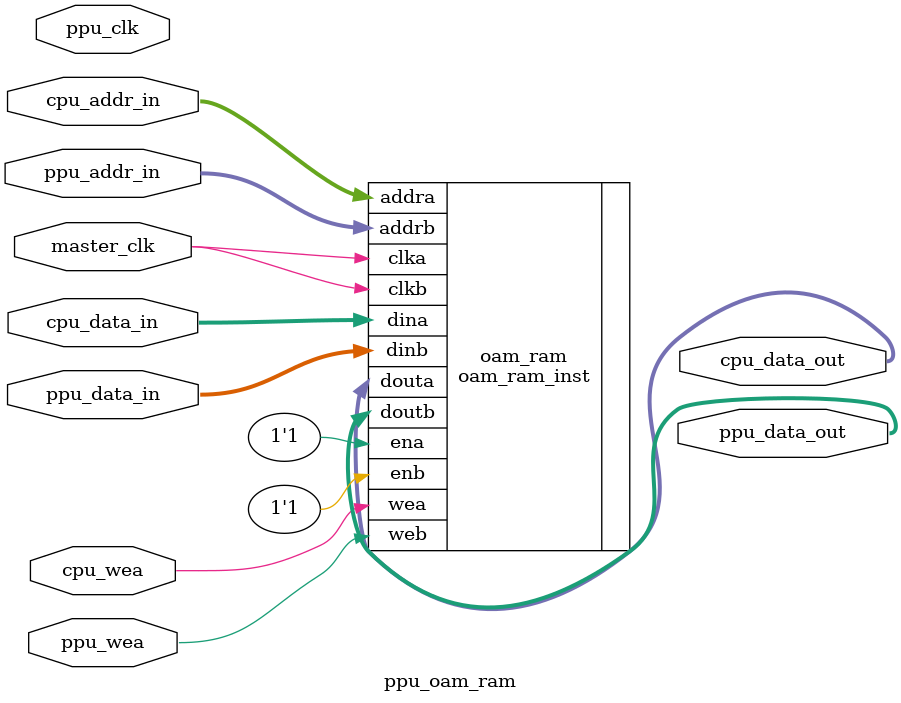
<source format=sv>
`timescale 1ns / 1ps


module ppu_oam_ram(
   input  logic        master_clk,
   input  logic           ppu_clk,
   input  logic [7:0] cpu_addr_in,
   input  logic [7:0] cpu_data_in,
   input  logic           cpu_wea,
   input  logic [7:0] ppu_addr_in,
   input  logic [7:0] ppu_data_in,
   input  logic           ppu_wea,
   output logic [7:0] cpu_data_out,
   output logic [7:0] ppu_data_out
);
    
    

oam_ram_inst oam_ram(
    .addra(cpu_addr_in),
    .clka(master_clk),
    .dina(cpu_data_in),
    .douta(cpu_data_out),
    .ena(1'b1),
    .wea(cpu_wea),
    .addrb(ppu_addr_in),
    .clkb(master_clk),
    .dinb(ppu_data_in),
    .doutb(ppu_data_out),
    .enb(1'b1),
    .web(ppu_wea)
);
endmodule

</source>
